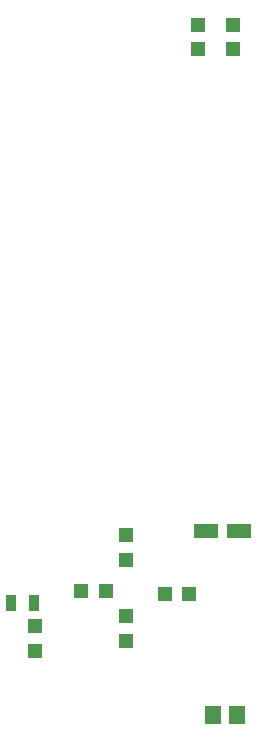
<source format=gbr>
G04*
G04 #@! TF.GenerationSoftware,Altium Limited,Altium Designer,24.2.2 (26)*
G04*
G04 Layer_Color=128*
%FSLAX44Y44*%
%MOMM*%
G71*
G04*
G04 #@! TF.SameCoordinates,4540F394-007A-4255-9B34-8FA5F3C486F6*
G04*
G04*
G04 #@! TF.FilePolarity,Positive*
G04*
G01*
G75*
%ADD22R,1.2000X1.2000*%
%ADD31R,2.0000X1.2000*%
%ADD32R,1.2000X1.2000*%
%ADD90R,1.4000X1.5000*%
%ADD91R,0.8700X1.3700*%
D22*
X239944Y181610D02*
D03*
X260944D02*
D03*
X331556Y179070D02*
D03*
X310556D02*
D03*
D31*
X345410Y232410D02*
D03*
X373410D02*
D03*
D32*
X200660Y130724D02*
D03*
X200660Y151724D02*
D03*
X278130Y228686D02*
D03*
Y207686D02*
D03*
X278130Y139614D02*
D03*
Y160614D02*
D03*
X339090Y640130D02*
D03*
Y661130D02*
D03*
X368300Y640130D02*
D03*
Y661130D02*
D03*
D90*
X351950Y76200D02*
D03*
X371950D02*
D03*
D91*
X200200Y171450D02*
D03*
X180800D02*
D03*
M02*

</source>
